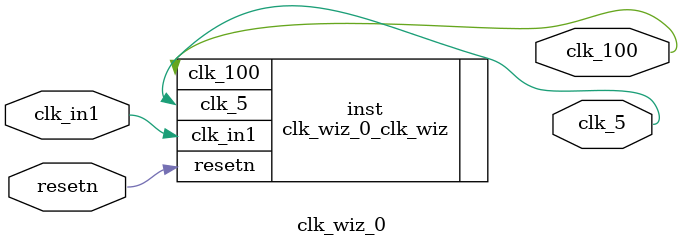
<source format=v>


`timescale 1ps/1ps

(* CORE_GENERATION_INFO = "clk_wiz_0,clk_wiz_v6_0_15_0_0,{component_name=clk_wiz_0,use_phase_alignment=true,use_min_o_jitter=false,use_max_i_jitter=false,use_dyn_phase_shift=false,use_inclk_switchover=false,use_dyn_reconfig=false,enable_axi=0,feedback_source=FDBK_AUTO,PRIMITIVE=MMCM,num_out_clk=2,clkin1_period=10.000,clkin2_period=10.000,use_power_down=false,use_reset=true,use_locked=false,use_inclk_stopped=false,feedback_type=SINGLE,CLOCK_MGR_TYPE=NA,manual_override=false}" *)

module clk_wiz_0 
 (
  // Clock out ports
  output        clk_100,
  output        clk_5,
  // Status and control signals
  input         resetn,
 // Clock in ports
  input         clk_in1
 );

  clk_wiz_0_clk_wiz inst
  (
  // Clock out ports  
  .clk_100(clk_100),
  .clk_5(clk_5),
  // Status and control signals               
  .resetn(resetn), 
 // Clock in ports
  .clk_in1(clk_in1)
  );

endmodule

</source>
